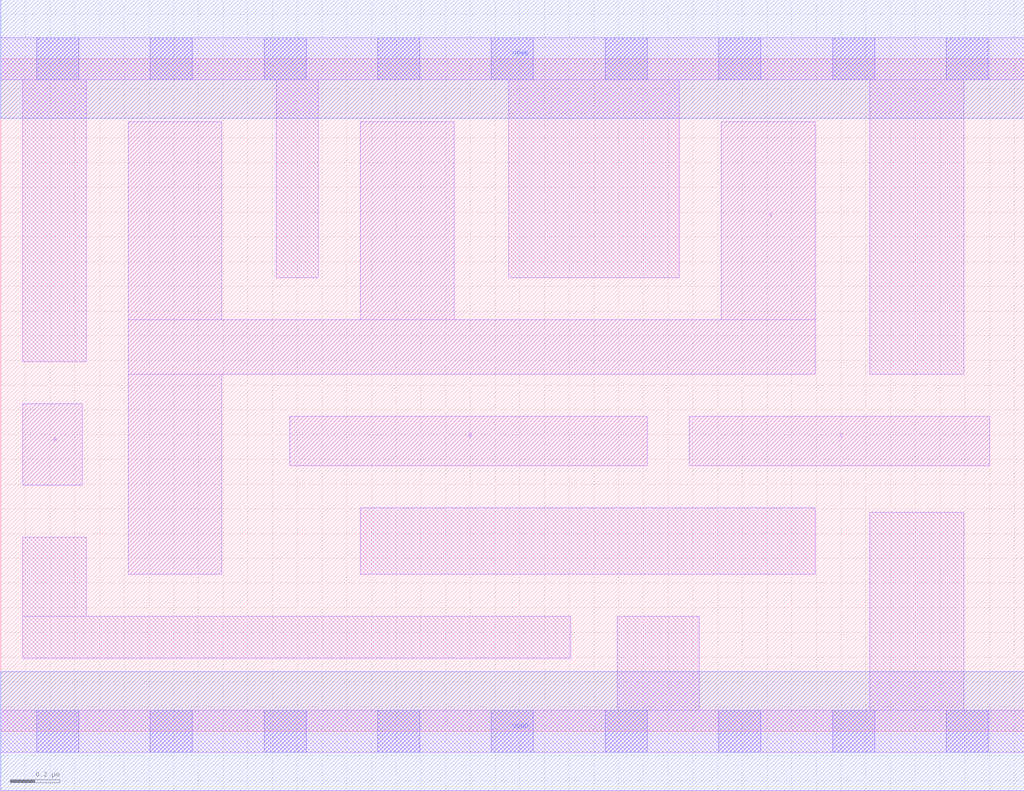
<source format=lef>
# Copyright 2020 The SkyWater PDK Authors
#
# Licensed under the Apache License, Version 2.0 (the "License");
# you may not use this file except in compliance with the License.
# You may obtain a copy of the License at
#
#     https://www.apache.org/licenses/LICENSE-2.0
#
# Unless required by applicable law or agreed to in writing, software
# distributed under the License is distributed on an "AS IS" BASIS,
# WITHOUT WARRANTIES OR CONDITIONS OF ANY KIND, either express or implied.
# See the License for the specific language governing permissions and
# limitations under the License.
#
# SPDX-License-Identifier: Apache-2.0

VERSION 5.7 ;
  NAMESCASESENSITIVE ON ;
  NOWIREEXTENSIONATPIN ON ;
  DIVIDERCHAR "/" ;
  BUSBITCHARS "[]" ;
UNITS
  DATABASE MICRONS 200 ;
END UNITS
PROPERTYDEFINITIONS
  MACRO maskLayoutSubType STRING ;
  MACRO prCellType STRING ;
  MACRO originalViewName STRING ;
END PROPERTYDEFINITIONS
MACRO sky130_fd_sc_hdll__nand3_2
  CLASS CORE ;
  FOREIGN sky130_fd_sc_hdll__nand3_2 ;
  ORIGIN  0.000000  0.000000 ;
  SIZE  4.140000 BY  2.720000 ;
  SYMMETRY X Y R90 ;
  SITE unithd ;
  PIN A
    ANTENNAGATEAREA  0.555000 ;
    DIRECTION INPUT ;
    USE SIGNAL ;
    PORT
      LAYER li1 ;
        RECT 0.090000 0.995000 0.330000 1.325000 ;
    END
  END A
  PIN B
    ANTENNAGATEAREA  0.555000 ;
    DIRECTION INPUT ;
    USE SIGNAL ;
    PORT
      LAYER li1 ;
        RECT 1.170000 1.075000 2.615000 1.275000 ;
    END
  END B
  PIN C
    ANTENNAGATEAREA  0.555000 ;
    DIRECTION INPUT ;
    USE SIGNAL ;
    PORT
      LAYER li1 ;
        RECT 2.785000 1.075000 4.000000 1.275000 ;
    END
  END C
  PIN Y
    ANTENNADIFFAREA  1.078000 ;
    DIRECTION OUTPUT ;
    USE SIGNAL ;
    PORT
      LAYER li1 ;
        RECT 0.515000 0.635000 0.895000 1.445000 ;
        RECT 0.515000 1.445000 3.295000 1.665000 ;
        RECT 0.515000 1.665000 0.895000 2.465000 ;
        RECT 1.455000 1.665000 1.835000 2.465000 ;
        RECT 2.915000 1.665000 3.295000 2.465000 ;
    END
  END Y
  PIN VGND
    DIRECTION INOUT ;
    USE GROUND ;
    PORT
      LAYER met1 ;
        RECT 0.000000 -0.240000 4.140000 0.240000 ;
    END
  END VGND
  PIN VPWR
    DIRECTION INOUT ;
    USE POWER ;
    PORT
      LAYER met1 ;
        RECT 0.000000 2.480000 4.140000 2.960000 ;
    END
  END VPWR
  OBS
    LAYER li1 ;
      RECT 0.000000 -0.085000 4.140000 0.085000 ;
      RECT 0.000000  2.635000 4.140000 2.805000 ;
      RECT 0.090000  0.295000 2.305000 0.465000 ;
      RECT 0.090000  0.465000 0.345000 0.785000 ;
      RECT 0.090000  1.495000 0.345000 2.635000 ;
      RECT 1.115000  1.835000 1.285000 2.635000 ;
      RECT 1.455000  0.635000 3.295000 0.905000 ;
      RECT 2.055000  1.835000 2.745000 2.635000 ;
      RECT 2.495000  0.085000 2.825000 0.465000 ;
      RECT 3.515000  0.085000 3.895000 0.885000 ;
      RECT 3.515000  1.445000 3.895000 2.635000 ;
    LAYER mcon ;
      RECT 0.145000 -0.085000 0.315000 0.085000 ;
      RECT 0.145000  2.635000 0.315000 2.805000 ;
      RECT 0.605000 -0.085000 0.775000 0.085000 ;
      RECT 0.605000  2.635000 0.775000 2.805000 ;
      RECT 1.065000 -0.085000 1.235000 0.085000 ;
      RECT 1.065000  2.635000 1.235000 2.805000 ;
      RECT 1.525000 -0.085000 1.695000 0.085000 ;
      RECT 1.525000  2.635000 1.695000 2.805000 ;
      RECT 1.985000 -0.085000 2.155000 0.085000 ;
      RECT 1.985000  2.635000 2.155000 2.805000 ;
      RECT 2.445000 -0.085000 2.615000 0.085000 ;
      RECT 2.445000  2.635000 2.615000 2.805000 ;
      RECT 2.905000 -0.085000 3.075000 0.085000 ;
      RECT 2.905000  2.635000 3.075000 2.805000 ;
      RECT 3.365000 -0.085000 3.535000 0.085000 ;
      RECT 3.365000  2.635000 3.535000 2.805000 ;
      RECT 3.825000 -0.085000 3.995000 0.085000 ;
      RECT 3.825000  2.635000 3.995000 2.805000 ;
  END
  PROPERTY maskLayoutSubType "abstract" ;
  PROPERTY prCellType "standard" ;
  PROPERTY originalViewName "layout" ;
END sky130_fd_sc_hdll__nand3_2
END LIBRARY

</source>
